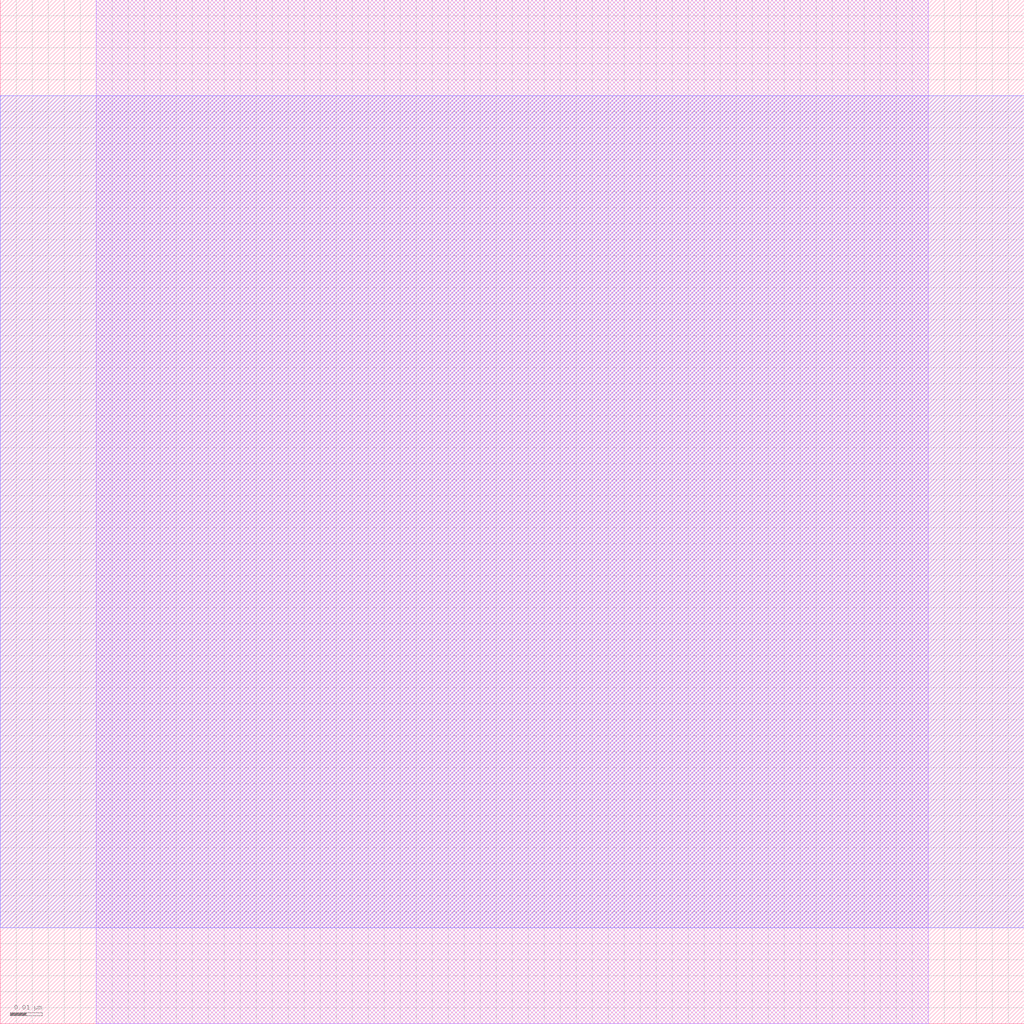
<source format=lef>
VERSION 5.7 ;
  NOWIREEXTENSIONATPIN ON ;
  DIVIDERCHAR "/" ;
  BUSBITCHARS "[]" ;
MACRO /home/bjmuld/work/hilas/fastlane/PDKs/sky130A_hilas/libs.ref/sky130_hilas_sc/mag/sky130_hilas_m12m2
  CLASS BLOCK ;
  FOREIGN /home/bjmuld/work/hilas/fastlane/PDKs/sky130A_hilas/libs.ref/sky130_hilas_sc/mag/sky130_hilas_m12m2 ;
  ORIGIN 0.090 0.100 ;
  SIZE 0.320 BY 0.320 ;
  OBS
      LAYER met1 ;
        RECT -0.060 -0.100 0.200 0.220 ;
      LAYER met2 ;
        RECT -0.090 -0.070 0.230 0.190 ;
  END
END /home/bjmuld/work/hilas/fastlane/PDKs/sky130A_hilas/libs.ref/sky130_hilas_sc/mag/sky130_hilas_m12m2
END LIBRARY


</source>
